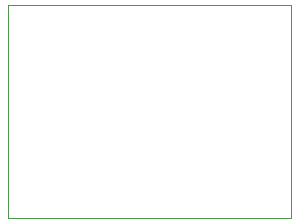
<source format=gbr>
%TF.GenerationSoftware,KiCad,Pcbnew,8.0.1*%
%TF.CreationDate,2024-04-23T13:44:49-04:00*%
%TF.ProjectId,HearingProbeBoard,48656172-696e-4675-9072-6f6265426f61,rev?*%
%TF.SameCoordinates,Original*%
%TF.FileFunction,Profile,NP*%
%FSLAX46Y46*%
G04 Gerber Fmt 4.6, Leading zero omitted, Abs format (unit mm)*
G04 Created by KiCad (PCBNEW 8.0.1) date 2024-04-23 13:44:49*
%MOMM*%
%LPD*%
G01*
G04 APERTURE LIST*
%TA.AperFunction,Profile*%
%ADD10C,0.100000*%
%TD*%
G04 APERTURE END LIST*
D10*
X119500000Y-95000000D02*
X143500000Y-95000000D01*
X143500000Y-113000000D02*
X119500000Y-113000000D01*
X119500000Y-113000000D02*
X119500000Y-95000000D01*
X143500000Y-95000000D02*
X143500000Y-113000000D01*
M02*

</source>
